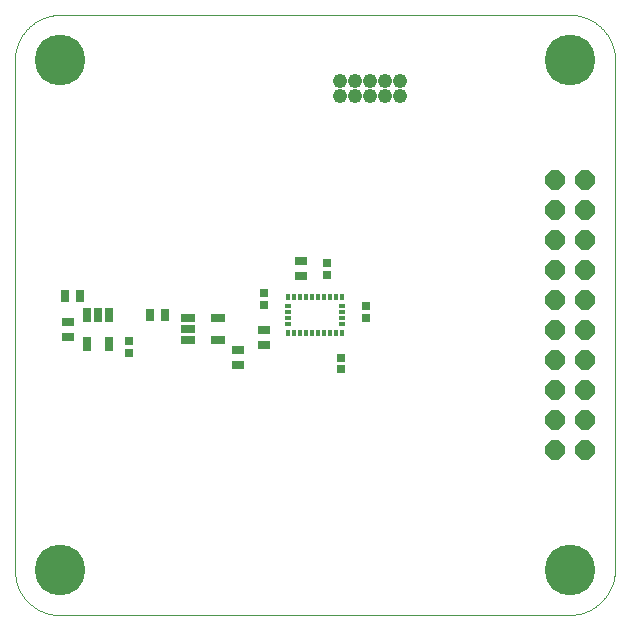
<source format=gbs>
G75*
%MOIN*%
%OFA0B0*%
%FSLAX25Y25*%
%IPPOS*%
%LPD*%
%AMOC8*
5,1,8,0,0,1.08239X$1,22.5*
%
%ADD10C,0.00000*%
%ADD11C,0.04800*%
%ADD12OC8,0.06400*%
%ADD13R,0.01581X0.02467*%
%ADD14R,0.02073X0.01581*%
%ADD15R,0.03943X0.03156*%
%ADD16R,0.03156X0.02762*%
%ADD17R,0.05159X0.02719*%
%ADD18R,0.03156X0.03943*%
%ADD19R,0.02719X0.05159*%
%ADD20C,0.16900*%
D10*
X0015800Y0001300D02*
X0185800Y0001300D01*
X0186169Y0001298D01*
X0186537Y0001306D01*
X0186905Y0001322D01*
X0187273Y0001347D01*
X0187640Y0001381D01*
X0188006Y0001424D01*
X0188371Y0001476D01*
X0188735Y0001536D01*
X0189097Y0001605D01*
X0189457Y0001683D01*
X0189815Y0001770D01*
X0190171Y0001865D01*
X0190525Y0001969D01*
X0190876Y0002082D01*
X0191224Y0002202D01*
X0191569Y0002332D01*
X0191911Y0002469D01*
X0192250Y0002615D01*
X0192585Y0002769D01*
X0192916Y0002931D01*
X0193243Y0003101D01*
X0193566Y0003278D01*
X0193884Y0003464D01*
X0194198Y0003657D01*
X0194507Y0003858D01*
X0194811Y0004066D01*
X0195111Y0004281D01*
X0195404Y0004503D01*
X0195693Y0004733D01*
X0195975Y0004969D01*
X0196252Y0005213D01*
X0196523Y0005463D01*
X0196788Y0005719D01*
X0197047Y0005981D01*
X0197299Y0006250D01*
X0197545Y0006525D01*
X0197783Y0006806D01*
X0198015Y0007092D01*
X0198241Y0007384D01*
X0198458Y0007681D01*
X0198669Y0007984D01*
X0198872Y0008291D01*
X0199068Y0008603D01*
X0199256Y0008920D01*
X0199437Y0009242D01*
X0199610Y0009567D01*
X0199774Y0009897D01*
X0199931Y0010231D01*
X0200080Y0010568D01*
X0200220Y0010909D01*
X0200352Y0011253D01*
X0200476Y0011600D01*
X0200592Y0011950D01*
X0200699Y0012303D01*
X0200797Y0012658D01*
X0200887Y0013015D01*
X0200968Y0013375D01*
X0201040Y0013736D01*
X0201104Y0014099D01*
X0201159Y0014464D01*
X0201205Y0014829D01*
X0201242Y0015196D01*
X0201270Y0015564D01*
X0201289Y0015932D01*
X0201300Y0016300D01*
X0201300Y0186300D01*
X0201296Y0186662D01*
X0201282Y0187025D01*
X0201261Y0187387D01*
X0201230Y0187748D01*
X0201191Y0188108D01*
X0201143Y0188467D01*
X0201086Y0188825D01*
X0201021Y0189182D01*
X0200947Y0189537D01*
X0200864Y0189890D01*
X0200773Y0190241D01*
X0200674Y0190589D01*
X0200566Y0190935D01*
X0200450Y0191279D01*
X0200325Y0191619D01*
X0200193Y0191956D01*
X0200052Y0192290D01*
X0199903Y0192621D01*
X0199746Y0192948D01*
X0199582Y0193271D01*
X0199410Y0193590D01*
X0199230Y0193904D01*
X0199042Y0194215D01*
X0198847Y0194520D01*
X0198645Y0194821D01*
X0198435Y0195117D01*
X0198219Y0195407D01*
X0197995Y0195693D01*
X0197765Y0195973D01*
X0197528Y0196247D01*
X0197284Y0196515D01*
X0197034Y0196778D01*
X0196778Y0197034D01*
X0196515Y0197284D01*
X0196247Y0197528D01*
X0195973Y0197765D01*
X0195693Y0197995D01*
X0195407Y0198219D01*
X0195117Y0198435D01*
X0194821Y0198645D01*
X0194520Y0198847D01*
X0194215Y0199042D01*
X0193904Y0199230D01*
X0193590Y0199410D01*
X0193271Y0199582D01*
X0192948Y0199746D01*
X0192621Y0199903D01*
X0192290Y0200052D01*
X0191956Y0200193D01*
X0191619Y0200325D01*
X0191279Y0200450D01*
X0190935Y0200566D01*
X0190589Y0200674D01*
X0190241Y0200773D01*
X0189890Y0200864D01*
X0189537Y0200947D01*
X0189182Y0201021D01*
X0188825Y0201086D01*
X0188467Y0201143D01*
X0188108Y0201191D01*
X0187748Y0201230D01*
X0187387Y0201261D01*
X0187025Y0201282D01*
X0186662Y0201296D01*
X0186300Y0201300D01*
X0016300Y0201300D01*
X0015938Y0201296D01*
X0015575Y0201282D01*
X0015213Y0201261D01*
X0014852Y0201230D01*
X0014492Y0201191D01*
X0014133Y0201143D01*
X0013775Y0201086D01*
X0013418Y0201021D01*
X0013063Y0200947D01*
X0012710Y0200864D01*
X0012359Y0200773D01*
X0012011Y0200674D01*
X0011665Y0200566D01*
X0011321Y0200450D01*
X0010981Y0200325D01*
X0010644Y0200193D01*
X0010310Y0200052D01*
X0009979Y0199903D01*
X0009652Y0199746D01*
X0009329Y0199582D01*
X0009010Y0199410D01*
X0008696Y0199230D01*
X0008385Y0199042D01*
X0008080Y0198847D01*
X0007779Y0198645D01*
X0007483Y0198435D01*
X0007193Y0198219D01*
X0006907Y0197995D01*
X0006627Y0197765D01*
X0006353Y0197528D01*
X0006085Y0197284D01*
X0005822Y0197034D01*
X0005566Y0196778D01*
X0005316Y0196515D01*
X0005072Y0196247D01*
X0004835Y0195973D01*
X0004605Y0195693D01*
X0004381Y0195407D01*
X0004165Y0195117D01*
X0003955Y0194821D01*
X0003753Y0194520D01*
X0003558Y0194215D01*
X0003370Y0193904D01*
X0003190Y0193590D01*
X0003018Y0193271D01*
X0002854Y0192948D01*
X0002697Y0192621D01*
X0002548Y0192290D01*
X0002407Y0191956D01*
X0002275Y0191619D01*
X0002150Y0191279D01*
X0002034Y0190935D01*
X0001926Y0190589D01*
X0001827Y0190241D01*
X0001736Y0189890D01*
X0001653Y0189537D01*
X0001579Y0189182D01*
X0001514Y0188825D01*
X0001457Y0188467D01*
X0001409Y0188108D01*
X0001370Y0187748D01*
X0001339Y0187387D01*
X0001318Y0187025D01*
X0001304Y0186662D01*
X0001300Y0186300D01*
X0001300Y0016300D01*
X0001298Y0015944D01*
X0001305Y0015587D01*
X0001321Y0015231D01*
X0001345Y0014875D01*
X0001378Y0014520D01*
X0001419Y0014166D01*
X0001469Y0013813D01*
X0001527Y0013461D01*
X0001594Y0013111D01*
X0001669Y0012763D01*
X0001753Y0012416D01*
X0001845Y0012072D01*
X0001945Y0011730D01*
X0002053Y0011390D01*
X0002170Y0011053D01*
X0002295Y0010719D01*
X0002428Y0010389D01*
X0002568Y0010061D01*
X0002717Y0009737D01*
X0002873Y0009417D01*
X0003038Y0009100D01*
X0003209Y0008788D01*
X0003389Y0008480D01*
X0003575Y0008176D01*
X0003769Y0007877D01*
X0003970Y0007582D01*
X0004178Y0007293D01*
X0004393Y0007009D01*
X0004615Y0006730D01*
X0004844Y0006456D01*
X0005079Y0006188D01*
X0005320Y0005926D01*
X0005568Y0005670D01*
X0005822Y0005419D01*
X0006082Y0005175D01*
X0006348Y0004938D01*
X0006619Y0004706D01*
X0006896Y0004482D01*
X0007178Y0004264D01*
X0007465Y0004053D01*
X0007758Y0003849D01*
X0008055Y0003652D01*
X0008357Y0003463D01*
X0008663Y0003281D01*
X0008974Y0003106D01*
X0009289Y0002939D01*
X0009608Y0002779D01*
X0009930Y0002627D01*
X0010256Y0002483D01*
X0010586Y0002347D01*
X0010919Y0002219D01*
X0011254Y0002099D01*
X0011593Y0001987D01*
X0011934Y0001884D01*
X0012277Y0001789D01*
X0012623Y0001702D01*
X0012971Y0001623D01*
X0013320Y0001553D01*
X0013671Y0001491D01*
X0014024Y0001438D01*
X0014378Y0001393D01*
X0014732Y0001357D01*
X0015088Y0001329D01*
X0015444Y0001310D01*
X0015800Y0001300D01*
D11*
X0109600Y0174300D03*
X0109600Y0179300D03*
X0114600Y0179300D03*
X0114600Y0174300D03*
X0119600Y0174300D03*
X0119600Y0179300D03*
X0124600Y0179300D03*
X0124600Y0174300D03*
X0129600Y0174300D03*
X0129600Y0179300D03*
D12*
X0181300Y0146300D03*
X0191300Y0146300D03*
X0191300Y0136300D03*
X0181300Y0136300D03*
X0181300Y0126300D03*
X0191300Y0126300D03*
X0191300Y0116300D03*
X0181300Y0116300D03*
X0181300Y0106300D03*
X0191300Y0106300D03*
X0191300Y0096300D03*
X0181300Y0096300D03*
X0181300Y0086300D03*
X0191300Y0086300D03*
X0191300Y0076300D03*
X0181300Y0076300D03*
X0181300Y0066300D03*
X0191300Y0066300D03*
X0191300Y0056300D03*
X0181300Y0056300D03*
D13*
X0110158Y0095148D03*
X0108190Y0095148D03*
X0106221Y0095148D03*
X0104253Y0095148D03*
X0102284Y0095148D03*
X0100316Y0095148D03*
X0098347Y0095148D03*
X0096379Y0095148D03*
X0094410Y0095148D03*
X0092442Y0095148D03*
X0092442Y0107452D03*
X0094410Y0107452D03*
X0096379Y0107452D03*
X0098347Y0107452D03*
X0100316Y0107452D03*
X0102284Y0107452D03*
X0104253Y0107452D03*
X0106221Y0107452D03*
X0108190Y0107452D03*
X0110158Y0107452D03*
D14*
X0110404Y0104253D03*
X0110404Y0102284D03*
X0110404Y0100316D03*
X0110404Y0098347D03*
X0092196Y0098347D03*
X0092196Y0100316D03*
X0092196Y0102284D03*
X0092196Y0104253D03*
D15*
X0084300Y0096459D03*
X0084300Y0091341D03*
X0075700Y0089759D03*
X0075700Y0084641D03*
X0096700Y0114241D03*
X0096700Y0119359D03*
X0018900Y0098959D03*
X0018900Y0093841D03*
D16*
X0039200Y0092469D03*
X0039200Y0088531D03*
X0084300Y0104631D03*
X0084300Y0108569D03*
X0105200Y0114731D03*
X0105200Y0118669D03*
X0118400Y0104169D03*
X0118400Y0100231D03*
X0110100Y0087069D03*
X0110100Y0083131D03*
D17*
X0068934Y0092960D03*
X0068934Y0100440D03*
X0059066Y0100440D03*
X0059066Y0096700D03*
X0059066Y0092960D03*
D18*
X0051459Y0101400D03*
X0046341Y0101400D03*
X0023059Y0107500D03*
X0017941Y0107500D03*
D19*
X0025160Y0101334D03*
X0028900Y0101334D03*
X0032640Y0101334D03*
X0032640Y0091466D03*
X0025160Y0091466D03*
D20*
X0016300Y0016300D03*
X0186300Y0016300D03*
X0186300Y0186300D03*
X0016300Y0186300D03*
M02*

</source>
